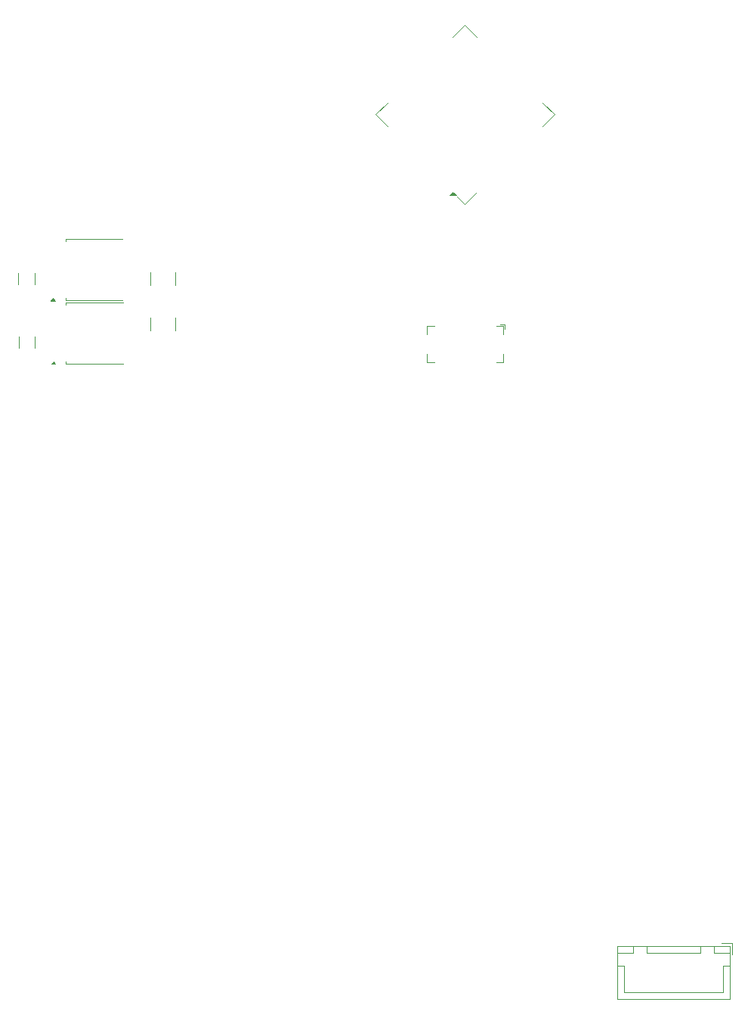
<source format=gbr>
%TF.GenerationSoftware,KiCad,Pcbnew,7.0.11*%
%TF.CreationDate,2025-01-20T02:06:30+09:00*%
%TF.ProjectId,IO,494f2e6b-6963-4616-945f-706362585858,rev?*%
%TF.SameCoordinates,Original*%
%TF.FileFunction,Legend,Bot*%
%TF.FilePolarity,Positive*%
%FSLAX46Y46*%
G04 Gerber Fmt 4.6, Leading zero omitted, Abs format (unit mm)*
G04 Created by KiCad (PCBNEW 7.0.11) date 2025-01-20 02:06:30*
%MOMM*%
%LPD*%
G01*
G04 APERTURE LIST*
%ADD10C,0.120000*%
G04 APERTURE END LIST*
D10*
%TO.C,J2*%
X173310000Y-133315000D02*
X173310000Y-134565000D01*
X173020000Y-139575000D02*
X160400000Y-139575000D01*
X173020000Y-133605000D02*
X173020000Y-139575000D01*
X173010000Y-135865000D02*
X172260000Y-135865000D01*
X173010000Y-134365000D02*
X171210000Y-134365000D01*
X173010000Y-133615000D02*
X173010000Y-134365000D01*
X172260000Y-138815000D02*
X166710000Y-138815000D01*
X172260000Y-135865000D02*
X172260000Y-138815000D01*
X172060000Y-133315000D02*
X173310000Y-133315000D01*
X171210000Y-134365000D02*
X171210000Y-133615000D01*
X171210000Y-133615000D02*
X173010000Y-133615000D01*
X169710000Y-134365000D02*
X163710000Y-134365000D01*
X169710000Y-133615000D02*
X169710000Y-134365000D01*
X163710000Y-134365000D02*
X163710000Y-133615000D01*
X163710000Y-133615000D02*
X169710000Y-133615000D01*
X162210000Y-134365000D02*
X160410000Y-134365000D01*
X162210000Y-133615000D02*
X162210000Y-134365000D01*
X161160000Y-138815000D02*
X166710000Y-138815000D01*
X161160000Y-135865000D02*
X161160000Y-138815000D01*
X160410000Y-135865000D02*
X161160000Y-135865000D01*
X160410000Y-134365000D02*
X160410000Y-133615000D01*
X160410000Y-133615000D02*
X162210000Y-133615000D01*
X160400000Y-139575000D02*
X160400000Y-133605000D01*
X160400000Y-133605000D02*
X173020000Y-133605000D01*
%TO.C,C2*%
X93314000Y-66669000D02*
X93314000Y-65411000D01*
X95154000Y-66669000D02*
X95154000Y-65411000D01*
%TO.C,C1*%
X110834000Y-63296748D02*
X110834000Y-64719252D01*
X108114000Y-63296748D02*
X108114000Y-64719252D01*
%TO.C,J4*%
X147780000Y-64065000D02*
X147780000Y-64565000D01*
X147780000Y-64065000D02*
X147280000Y-64065000D01*
X147630000Y-68255000D02*
X147630000Y-67355000D01*
X147630000Y-68255000D02*
X146830000Y-68255000D01*
X147630000Y-64215000D02*
X147630000Y-65115000D01*
X147630000Y-64215000D02*
X146830000Y-64215000D01*
X139090000Y-68255000D02*
X139890000Y-68255000D01*
X139090000Y-68255000D02*
X139090000Y-67355000D01*
X139090000Y-64215000D02*
X139890000Y-64215000D01*
X139090000Y-64215000D02*
X139090000Y-65115000D01*
%TO.C,U2*%
X98554000Y-54462000D02*
X98554000Y-54732000D01*
X98554000Y-61362000D02*
X98554000Y-61092000D01*
X104974000Y-54462000D02*
X98554000Y-54462000D01*
X104974000Y-61362000D02*
X98554000Y-61362000D01*
X97374000Y-61382000D02*
X96894000Y-61382000D01*
X97134000Y-61052000D01*
X97374000Y-61382000D01*
G36*
X97374000Y-61382000D02*
G01*
X96894000Y-61382000D01*
X97134000Y-61052000D01*
X97374000Y-61382000D01*
G37*
%TO.C,C3*%
X108114000Y-59639252D02*
X108114000Y-58216748D01*
X110834000Y-59639252D02*
X110834000Y-58216748D01*
%TO.C,U1*%
X98622000Y-61571500D02*
X98622000Y-61841500D01*
X98622000Y-68471500D02*
X98622000Y-68201500D01*
X105042000Y-61571500D02*
X98622000Y-61571500D01*
X105042000Y-68471500D02*
X98622000Y-68471500D01*
X97442000Y-68491500D02*
X96962000Y-68491500D01*
X97202000Y-68161500D01*
X97442000Y-68491500D01*
G36*
X97442000Y-68491500D02*
G01*
X96962000Y-68491500D01*
X97202000Y-68161500D01*
X97442000Y-68491500D01*
G37*
%TO.C,C4*%
X93294000Y-59577000D02*
X93294000Y-58319000D01*
X95134000Y-59577000D02*
X95134000Y-58319000D01*
%TO.C,U3*%
X133279099Y-40543836D02*
X134622602Y-39200333D01*
X134622602Y-41887339D02*
X133279099Y-40543836D01*
X143320015Y-50584752D02*
X142471487Y-49736224D01*
X144663518Y-49241249D02*
X143320015Y-50584752D01*
X141976512Y-31846423D02*
X143320015Y-30502920D01*
X152017428Y-41887339D02*
X153360931Y-40543836D01*
X143320015Y-30502920D02*
X144663518Y-31846423D01*
X153360931Y-40543836D02*
X152017428Y-39200333D01*
X142330066Y-49594803D02*
X141622959Y-49594803D01*
X141976512Y-49241249D01*
X142330066Y-49594803D01*
G36*
X142330066Y-49594803D02*
G01*
X141622959Y-49594803D01*
X141976512Y-49241249D01*
X142330066Y-49594803D01*
G37*
%TD*%
M02*

</source>
